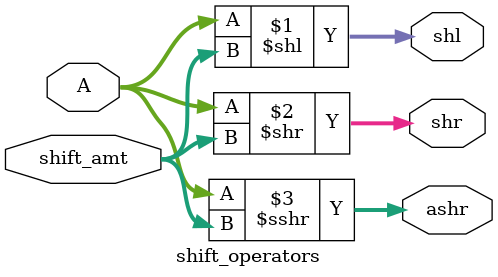
<source format=v>
module shift_operators (
    input [3:0] A,
    input [1:0] shift_amt, 
    output [3:0] shl, 
    output [3:0] shr, 
    output signed [3:0] ashr 
);
    assign shl  = A << shift_amt;
// Logical left shift
    assign shr  = A >> shift_amt; 
// Logical right shift
    assign ashr = $signed(A) >>> 
shift_amt;      // Arithmetic right shift
endmodule

</source>
